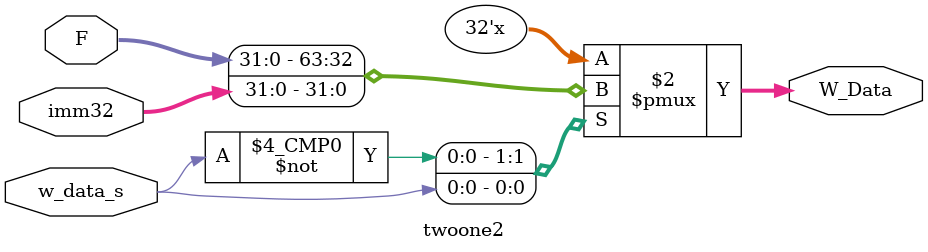
<source format=v>
`timescale 1ns / 1ps


module twoone2(w_data_s,imm32,F,W_Data);
   input w_data_s;
   input [31:0]imm32;
   input [31:0]F;
   output reg [31:0]W_Data;
   always@(*)
   begin
       case(w_data_s)
              0:begin W_Data=F; end
              1:begin W_Data=imm32; end
       endcase
   end
endmodule

</source>
